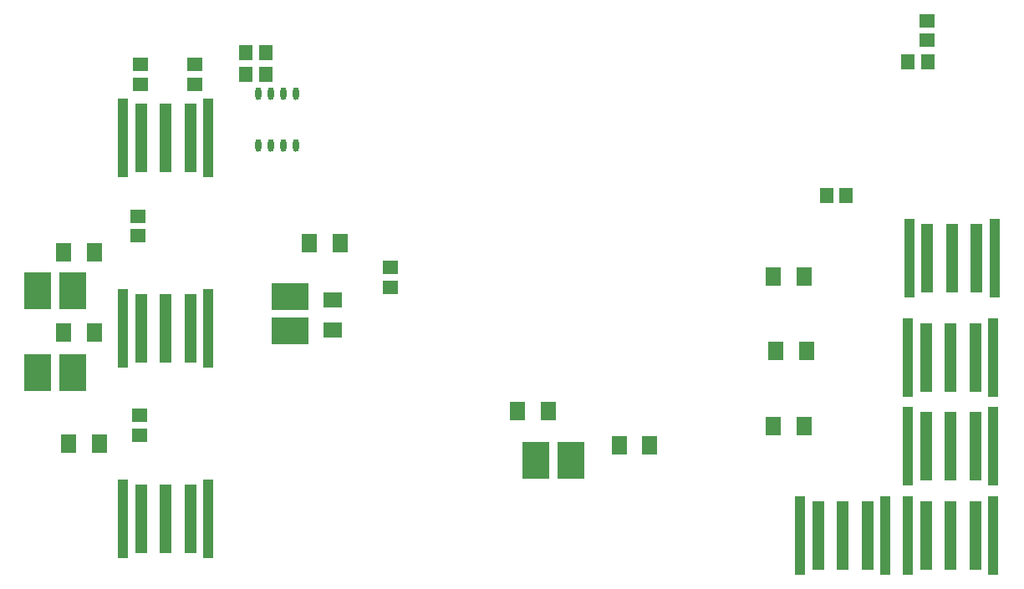
<source format=gtp>
G04 Layer_Color=8421504*
%FSLAX25Y25*%
%MOIN*%
G70*
G01*
G75*
%ADD10O,0.02362X0.05118*%
%ADD11R,0.05905X0.05512*%
%ADD12R,0.05512X0.05905*%
%ADD13R,0.04882X0.27559*%
%ADD14R,0.04331X0.31496*%
%ADD15R,0.14843X0.10709*%
%ADD16R,0.10709X0.14843*%
%ADD17R,0.05905X0.07480*%
%ADD18R,0.07480X0.05905*%
D10*
X89468Y256067D02*
D03*
X94468D02*
D03*
X99468D02*
D03*
X104469D02*
D03*
X89468Y276933D02*
D03*
X94468D02*
D03*
X99468D02*
D03*
X104469D02*
D03*
D11*
X64000Y288437D02*
D03*
Y280563D02*
D03*
X356000Y305937D02*
D03*
Y298063D02*
D03*
X42500Y288437D02*
D03*
Y280563D02*
D03*
X142000Y199563D02*
D03*
Y207437D02*
D03*
X42000Y140563D02*
D03*
Y148437D02*
D03*
X41500Y220063D02*
D03*
Y227937D02*
D03*
D12*
X92437Y284500D02*
D03*
X84563D02*
D03*
X323937Y236000D02*
D03*
X316063D02*
D03*
X356437Y289500D02*
D03*
X348563D02*
D03*
X92437Y293000D02*
D03*
X84563D02*
D03*
D13*
X365500Y136041D02*
D03*
X375342D02*
D03*
X355657D02*
D03*
X365500Y100500D02*
D03*
X375342D02*
D03*
X355657D02*
D03*
X322500Y100500D02*
D03*
X332343D02*
D03*
X312658D02*
D03*
X365500Y171500D02*
D03*
X355657D02*
D03*
X375342D02*
D03*
X366100Y211000D02*
D03*
X375943D02*
D03*
X356258D02*
D03*
X52500Y107100D02*
D03*
X62343D02*
D03*
X42658D02*
D03*
X52500Y183050D02*
D03*
X62343D02*
D03*
X42658D02*
D03*
X52500Y259000D02*
D03*
X62343D02*
D03*
X42658D02*
D03*
D14*
X348551Y136041D02*
D03*
X382449D02*
D03*
X348551Y100500D02*
D03*
X382449D02*
D03*
X305551Y100500D02*
D03*
X339449D02*
D03*
X382448Y171500D02*
D03*
X348551D02*
D03*
X349151Y211000D02*
D03*
X383049D02*
D03*
X35551Y107100D02*
D03*
X69449D02*
D03*
X35551Y183050D02*
D03*
X69449D02*
D03*
X35551Y259000D02*
D03*
X69449D02*
D03*
D15*
X102000Y182032D02*
D03*
Y195968D02*
D03*
D16*
X1531Y165500D02*
D03*
X15469D02*
D03*
X200031Y130500D02*
D03*
X213968D02*
D03*
X1531Y198000D02*
D03*
X15469D02*
D03*
D17*
X307102Y144000D02*
D03*
X294898D02*
D03*
X308102Y174000D02*
D03*
X295898D02*
D03*
X109898Y217000D02*
D03*
X122102D02*
D03*
X307102Y203969D02*
D03*
X294898D02*
D03*
X13898Y137000D02*
D03*
X26102D02*
D03*
X233398Y136500D02*
D03*
X245602D02*
D03*
X192898Y150000D02*
D03*
X205102D02*
D03*
X11898Y213500D02*
D03*
X24102D02*
D03*
X11898Y181500D02*
D03*
X24102D02*
D03*
D18*
X119000Y182398D02*
D03*
Y194602D02*
D03*
M02*

</source>
